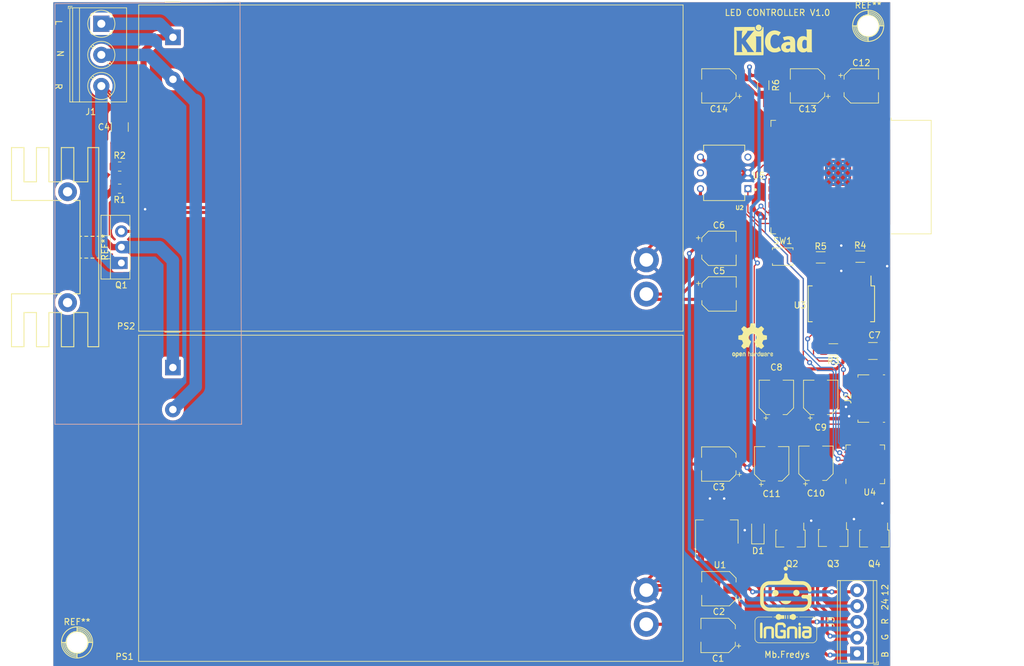
<source format=kicad_pcb>
(kicad_pcb (version 20221018) (generator pcbnew)
  (layers (0 "F.Cu" signal) (31 "B.Cu" signal) (34 "B.Paste" user) (35 "F.Paste" user) (36 "B.SilkS" user "B.Silkscreen") (37 "F.SilkS" user "F.Silkscreen") (38 "B.Mask" user) (39 "F.Mask" user) (44 "Edge.Cuts" user))
  (net 0 "")
  (net 1 "GND")
  (net 2 "+12V")
  (net 3 "+3V3")
  (net 4 "AC_output")
  (net 5 "Net-(C4-Pad1)")
  (net 6 "+24V")
  (net 7 "+5V")
  (net 8 "EN_uC")
  (net 9 "Neutro")
  (net 10 "AC_input")
  (net 11 "B")
  (net 12 "G")
  (net 13 "R")
  (net 14 "Sx_1_Opto")
  (net 15 "LED0")
  (net 16 "LED1")
  (net 17 "LED3")
  (net 18 "Sx_2_Opto")
  (net 19 "TX")
  (net 20 "RX")
  (net 21 "SDA")
  (net 22 "SCL")
  (net 23 "EN_CLed")
  (net 24 "D+")
  (net 25 "D-")
  (net 26 "Opto_EN")
  (net 27 "Net-(U5-RXD0{slash}IO3)")
  (net 28 "Net-(U5-TXD0{slash}IO1)")
  (net 29 "Net-(U3-~{RESET})")
  (net 47 "Net-(U5-IO0)")
  (net 59 "Net-(U3-3V3OUT)")
  (net 71 "Net-(U4-A0)")
  (footprint "Capacitor_SMD:CP_Elec_5x5.4" (layer "F.Cu") (at 141.138 134.874 180)
    (fp_text reference "C2")
    (fp_text value "1uF")
  )
  (footprint "Capacitor_SMD:CP_Elec_5x5.4" (layer "F.Cu") (at 141.124 114.8531 180)
    (fp_text reference "C3")
    (fp_text value "10uF")
  )
  (footprint "Capacitor_SMD:C_1210_3225Metric_Pad1.33x2.70mm_HandSolder" (layer "F.Cu") (at 44.958 60.706 90)
    (fp_text reference "C4")
    (fp_text value "0.01uF")
  )
  (footprint "Capacitor_SMD:CP_Elec_5x5.4" (layer "F.Cu") (at 141.1494 80.1948)
    (fp_text reference "C6")
    (fp_text value "1uF")
  )
  (footprint "Capacitor_SMD:C_1210_3225Metric_Pad1.33x2.70mm_HandSolder" (layer "F.Cu") (at 165.862 96.688)
    (fp_text reference "C7")
    (fp_text value "100nF")
  )
  (footprint "Capacitor_SMD:CP_Elec_5x5.4" (layer "F.Cu") (at 150.368 104.14 90)
    (fp_text reference "C8")
    (fp_text value "10uF")
  )
  (footprint "Capacitor_SMD:CP_Elec_5x5.4" (layer "F.Cu") (at 157.48 104.14 90)
    (fp_text reference "C9")
    (fp_text value "1uF")
  )
  (footprint "Capacitor_SMD:CP_Elec_5x5.4" (layer "F.Cu") (at 156.718 114.722 90)
    (fp_text reference "C10")
    (fp_text value "1uF")
  )
  (footprint "Capacitor_SMD:CP_Elec_5x5.4" (layer "F.Cu") (at 149.606 114.808 90)
    (fp_text reference "C11")
    (fp_text value "10uF")
  )
  (footprint "Capacitor_SMD:CP_Elec_5x5.4" (layer "F.Cu") (at 163.998 54.102)
    (fp_text reference "C12")
    (fp_text value "10uF")
  )
  (footprint "Capacitor_SMD:CP_Elec_5x5.4" (layer "F.Cu") (at 155.362 54.102 180)
    (fp_text reference "C13")
    (fp_text value "1uF")
  )
  (footprint "Capacitor_SMD:CP_Elec_5x5.4" (layer "F.Cu") (at 141.138 54.102 180)
    (fp_text reference "C14")
    (fp_text value "1uF")
  )
  (footprint "Diode_SMD:D_PowerDI-123" (layer "F.Cu") (at 147.3978 125.477 90)
    (fp_text reference "D1")
    (fp_text value "1N4002")
  )
  (footprint "Connector_USB:USB_Micro-B_Molex_47346-0001" (layer "F.Cu") (at 165.17 104.334 90)
    (fp_text reference "J2")
    (fp_text value "USB_OTG")
  )
  (footprint "Converter_ACDC:Converter_ACDC_MeanWell_IRM-60-xx_THT_new" (layer "F.Cu") (at 53.4813 99.3464)
    (fp_text reference "PS1")
    (fp_text value "IRM-60-12")
  )
  (footprint "Package_TO_SOT_THT:TO-220-3_Vertical" (layer "F.Cu") (at 45.212 82.55 90)
    (fp_text reference "Q1")
    (fp_text value "BT136-500")
  )
  (footprint "Package_TO_SOT_SMD:SOT-89-3_Handsoldering" (layer "F.Cu") (at 152.63 126.8151 -90)
    (fp_text reference "Q2")
    (fp_text value "2N7000")
  )
  (footprint "Package_TO_SOT_SMD:SOT-89-3_Handsoldering" (layer "F.Cu") (at 159.488 126.7251 -90)
    (fp_text reference "Q3")
    (fp_text value "2N7000")
  )
  (footprint "Package_TO_SOT_SMD:SOT-89-3_Handsoldering" (layer "F.Cu") (at 166.092 126.8151 -90)
    (fp_text reference "Q4")
    (fp_text value "2N7000")
  )
  (footprint "Resistor_SMD:R_0805_2012Metric_Pad1.20x1.40mm_HandSolder" (layer "F.Cu") (at 44.942 70.612)
    (fp_text reference "R1")
    (fp_text value "R")
  )
  (footprint "Resistor_SMD:R_0805_2012Metric_Pad1.20x1.40mm_HandSolder" (layer "F.Cu") (at 44.942 67.056)
    (fp_text reference "R2")
    (fp_text value "33")
  )
  (footprint "Resistor_SMD:R_1206_3216Metric_Pad1.30x1.75mm_HandSolder" (layer "F.Cu") (at 159.512 96.434 180)
    (fp_text reference "R3")
    (fp_text value "10k" hide)
  )
  (footprint "Resistor_SMD:R_1206_3216Metric_Pad1.30x1.75mm_HandSolder" (layer "F.Cu") (at 163.83 81.534)
    (fp_text reference "R4")
    (fp_text value "1k")
  )
  (footprint "Resistor_SMD:R_1206_3216Metric_Pad1.30x1.75mm_HandSolder" (layer "F.Cu") (at 157.48 81.6505 180)
    (fp_text reference "R5")
    (fp_text value "1k")
  )
  (footprint "Resistor_SMD:R_1206_3216Metric_Pad1.30x1.75mm_HandSolder" (layer "F.Cu") (at 148.25 53.9855 90)
    (fp_text reference "R6")
    (fp_text value "10k")
  )
  (footprint "Button_Switch_SMD:SW_SPST_B3U-1000P" (layer "F.Cu") (at 151.384 81.534 180)
    (fp_text reference "SW1")
    (fp_text value "SW_Push")
  )
  (footprint "Package_TO_SOT_THT:DIP762W45P254L889H508Q6_NEW" (layer "F.Cu") (at 141.986 68.072 180)
    (fp_text reference "U2")
    (fp_text value "MOC3021M")
  )
  (footprint "Package_SO:SSOP-28_5.3x10.2mm_P0.65mm" (layer "F.Cu") (at 160.801 89.11 -90)
    (fp_text reference "U3")
    (fp_text value "FT232RL")
  )
  (footprint "Package_DFN_QFN:QFN-28-1EP_6x6mm_P0.65mm_EP4.25x4.25mm" (layer "F.Cu") (at 164.6355 114.894 90)
    (fp_text reference "U4")
    (fp_text value "PCA9685BS")
  )
  (footprint "RF_Module:ESP32-WROOM-32" (layer "F.Cu") (at 159.365 68.751 -90)
    (fp_text reference "U5")
    (fp_text value "ESP32-WROOM-32")
  )
  (footprint "Capacitor_SMD:CP_Elec_5x5.4" (layer "F.Cu") (at 141.011 142.3924 180)
    (fp_text reference "C1")
    (fp_text value "10uF")
  )
  (footprint "Capacitor_SMD:CP_Elec_5x5.4" (layer "F.Cu") (at 141.1621 87.5227)
    (fp_text reference "C5")
    (fp_text value "10uF")
  )
  (footprint "Converter_ACDC:Converter_ACDC_MeanWell_IRM-60-xx_THT_new" (layer "F.Cu") (at 53.494 46.2985)
    (fp_text reference "PS2")
    (fp_text value "IRM-60-24")
  )
  (footprint "TerminalBlock_Phoenix:TerminalBlock_Phoenix_PT-1,5-3-5.0-H_1x03_P5.00mm_Horizontal" (layer "F.Cu") (at 41.9925 44.1179 -90)
    (fp_text reference "J1")
    (fp_text value "IN_OUT_AC")
  )
  (footprint "IFS-Mechanical:Hole-3mm" (layer "F.Cu") (at 165.1 44.45)
    (fp_text reference "REF**")
    (fp_text value "Hole-3mm")
  )
  (footprint "Symbol:KiCad-Logo_5mm_SilkScreen" (layer "F.Cu") (at 149.86 47.244)
    (fp_text reference "REF**" hide)
    (fp_text value "KiCad-Logo_5mm_SilkScreen" hide)
  )
  (footprint "Heatsink:Heatsink_Stonecold_HS-132_32x14mm_2xFixation1.5mm" (layer "F.Cu") (at 36.576 80.01 -90)
    (fp_text reference "REF**")
    (fp_text value "Heatsink_Stonecold_HS-132_32x14mm_2xFixation1.5mm")
  )
  (footprint "Package_TO_SOT_SMD:SOT-223-3_TabPin2" (layer "F.Cu") (at 140.8065 125.73 90)
    (fp_text reference "U1")
    (fp_text value "LM1117-3.3")
  )
  (footprint "Symbol:OSHW-Logo2_7.3x6mm_SilkScreen" (layer "F.Cu") (at 146.558 94.996)
    (fp_text reference "REF**" hide)
    (fp_text value "OSHW-Logo2_7.3x6mm_SilkScreen" hide)
  )
  (footprint "IFS-Mechanical:Hole-3mm" (layer "F.Cu") (at 38.1 143.51)
    (fp_text reference "REF**")
    (fp_text value "Hole-3mm")
  )
  (footprint "TerminalBlock_Phoenix:TerminalBlock_Phoenix_MPT-0,5-5-2.54_1x05_P2.54mm_Horizontal" (layer "F.Cu") (at 163.322 145.288 90)
    (fp_text reference "J3")
    (fp_text value "LEDs_conx")
  )
  (footprint "footprints:logo ingnia 3000x" (layer "F.Cu") (at 151.892 138.176)
    (fp_text reference "G***" hide)
    (fp_text value "LOGO" hide)
  )
  (gr_line (start 64.262 40.64) (end 64.516 108.458) (stroke (width 0.12)) (layer "B.SilkS"))
  (gr_line (start 34.544 108.458) (end 34.544 40.894) (stroke (width 0.12)) (layer "B.SilkS"))
  (gr_line (start 64.516 108.458) (end 34.544 108.458) (stroke (width 0.12)) (layer "B.SilkS"))
  (gr_line (start 34.544 40.894) (end 64.262 40.64) (stroke (width 0.12)) (layer "B.SilkS"))
  (gr_line (start 168.656 147.32) (end 168.656 40.64) (stroke (width 0.05)) (layer "Edge.Cuts"))
  (gr_line (start 34.29 147.32) (end 168.656 147.32) (stroke (width 0.05)) (layer "Edge.Cuts"))
  (gr_line (start 168.656 40.64) (end 34.29 40.64) (stroke (width 0.05)) (layer "Edge.Cuts"))
  (gr_line (start 34.29 40.64) (end 34.29 147.32) (stroke (width 0.05)) (layer "Edge.Cuts"))
  (gr_text "R" (at 34.544 53.594 -90) (layer "F.SilkS") (effects (font (size 1 1)) (justify left bottom)))
  (gr_text "24" (at 168.402 138.43 90) (layer "F.SilkS") (effects (font (size 1 1)) (justify left bottom)))
  (gr_text "R" (at 168.402 140.716 90) (layer "F.SilkS") (effects (font (size 1 1)) (justify left bottom)))
  (gr_text "12" (at 168.402 136.144 90) (layer "F.SilkS") (effects (font (size 1 1)) (justify left bottom)))
  (gr_text "G" (at 168.402 143.256 90) (layer "F.SilkS") (effects (font (size 1 1)) (justify left bottom)))
  (gr_text "LED CONTROLLER V1.0" (at 141.986 42.926) (layer "F.SilkS") (effects (font (size 1 1)) (justify left bottom)))
  (gr_text "N" (at 36.068 49.53 90) (layer "F.SilkS") (effects (font (size 1 1)) (justify left bottom)))
  (gr_text "B" (at 168.402 146.05 90) (layer "F.SilkS") (effects (font (size 1 1)) (justify left bottom)))
  (gr_text "Mb.Fredys" (at 148.336 146.05) (layer "F.SilkS") (effects (font (size 1 1)) (justify left bottom)))
  (gr_text "L" (at 34.544 43.434 -90) (layer "F.SilkS") (effects (font (size 1 1)) (justify left bottom)))
  (segment (start 159.5125 66.546) (end 159.5125 67.3085) (width 0.2) (layer "F.Cu") (net 1))
  (segment (start 150.536 113.538) (end 155.702 113.538) (width 0.5) (layer "F.Cu") (net 1))
  (segment (start 159.5125 68.071) (end 158.75 67.3085) (width 0.2) (layer "F.Cu") (net 1))
  (segment (start 161.0375 68.071) (end 161.8 68.8335) (width 0.5) (layer "F.Cu") (net 1))
  (segment (start 163.076 93.705157) (end 163.204843 93.834) (width 0.2) (layer "F.Cu") (net 1))
  (segment (start 147.574 81.534) (end 149.684 81.534) (width 0.5) (layer "F.Cu") (net 1))
  (segment (start 154.13 124.3651) (end 155.5429 124.3651) (width 0.5) (layer "F.Cu") (net 1))
  (segment (start 135.8584 135.0964) (end 138.811 138.049) (width 0.5) (layer "F.Cu") (net 1))
  (segment (start 166.659 100.041) (end 167.386 99.314) (width 1) (layer "F.Cu") (net 1))
  (segment (start 164.846 102.108) (end 164.3455 102.108) (width 0.2) (layer "F.Cu") (net 1))
  (segment (start 159.5125 69.596) (end 159.5125 68.071) (width 0.5) (layer "F.Cu") (net 1))
  (segment (start 140.97 76.962) (end 140.97 76.708) (width 0.5) (layer "F.Cu") (net 1))
  (segment (start 157.48 101.94) (end 157.48 102.616) (width 0.5) (layer "F.Cu") (net 1))
  (segment (start 129.54 135.0377) (end 129.54 133.604) (width 0.5) (layer "F.Cu") (net 1))
  (segment (start 149.266 112.268) (end 149.606 112.608) (width 0.5) (layer "F.Cu") (net 1))
  (segment (start 158.526 91.635) (end 158.721 91.44) (width 0.2) (layer "F.Cu") (net 1))
  (segment (start 129.4813 135.0964) (end 129.54 135.0377) (width 0.5) (layer "F.Cu") (net 1))
  (segment (start 166.37 57.658) (end 166.37 54.274) (width 0.5) (layer "F.Cu") (net 1))
  (segment (start 143.3494 80.1948) (end 143.3494 87.51) (width 0.5) (layer "F.Cu") (net 1))
  (segment (start 129.54 82.0025) (end 129.54 80.518) (width 0.5) (layer "F.Cu") (net 1))
  (segment (start 160.671 91.44) (end 162.814 91.44) (width 0.2) (layer "F.Cu") (net 1))
  (segment (start 165.862 107.709) (end 164.9715 107.709) (width 1) (layer "F.Cu") (net 1))
  (segment (start 164.3455 102.108) (end 164.084 101.8465) (width 0.2) (layer "F.Cu") (net 1))
  (segment (start 160.281 91.44) (end 160.476 91.635) (width 0.2) (layer "F.Cu") (net 1))
  (segment (start 164.9715 107.709) (end 164.084 106.8215) (width 1) (layer "F.Cu") (net 1))
  (segment (start 161.0375 69.596) (end 160.275 68.8335) (width 0.5) (layer "F.Cu") (net 1))
  (segment (start 163.204843 93.834) (end 163.233686 93.834) (width 0.2) (layer "F.Cu") (net 1))
  (segment (start 163.71 103.034) (end 163.71 101.9315) (width 0.2) (layer "F.Cu") (net 1))
  (segment (start 168.148 83.058) (end 168.148 95.9645) (width 0.5) (layer "F.Cu") (net 1))
  (segment (start 163.71 103.034) (end 164.682 103.034) (width 0.2) (layer "F.Cu") (net 1))
  (segment (start 148.336 63.73) (end 149.025 63.041) (width 0.5) (layer "F.Cu") (net 1))
  (segment (start 155.245 63.041) (end 160.275 68.071) (width 0.5) (layer "F.Cu") (net 1))
  (segment (start 167.386 121.158) (end 167.592 121.364) (width 0.5) (layer "F.Cu") (net 1))
  (segment (start 162.2369 124.2751) (end 162.814 123.698) (width 0.5) (layer "F.Cu") (net 1))
  (segment (start 158.75 67.3085) (end 159.5125 67.3085) (width 0.2) (layer "F.Cu") (net 1))
  (segment (start 163.076 91.702) (end 163.076 92.71) (width 0.2) (layer "F.Cu") (net 1))
  (segment (start 140.97 76.708) (end 144.018 73.66) (width 0.5) (layer "F.Cu") (net 1))
  (segment (start 137.922 121.158) (end 138.684 120.396) (width 0.5) (layer "F.Cu") (net 1))
  (segment (start 166.37 54.274) (end 166.198 54.102) (width 0.5) (layer "F.Cu") (net 1))
  (segment (start 162.7015 106.8215) (end 164.084 106.8215) (width 0.2) (layer "F.Cu") (net 1))
  (segment (start 159.5125 68.071) (end 160.275 67.3085) (width 0.5) (layer "F.Cu") (net 1))
  (segment (start 136.906 116.8711) (end 138.924 114.8531) (width 0.5) (layer "F.Cu") (net 1))
  (segment (start 167.615 60.001) (end 167.615 58.903) (width 0.5) (layer "F.Cu") (net 1))
  (segment (start 162.7015 106.8215) (end 163.795 106.8215) (width 0.2) (layer "F.Cu") (net 1))
  (segment (start 159.5125 69.596) (end 159.5125 68.8335) (width 0.2) (layer "F.Cu") (net 1))
  (segment (start 144.018 69.342) (end 145.288 68.072) (width 0.5) (layer "F.Cu") (net 1))
  (segment (start 158.721 91.44) (end 160.02 91.44) (width 0.2) (layer "F.Cu") (net 1))
  (segment (start 166.659 105.484) (end 166.659 107.709) (width 1) (layer "F.Cu") (net 1))
  (segment (start 164.084 106.8215) (end 163.795 106.8215) (width 1) (layer "F.Cu") (net 1))
  (segment (start 161.122 112.268) (end 156.972 112.268) (width 0.2) (layer "F.Cu") (net 1))
  (segment (start 140.716 52.324) (end 138.938 54.102) (width 0.5) (layer "F.Cu") (net 1))
  (segment (start 161.798 112.944) (end 161.122 112.268) (width 0.2) (layer "F.Cu") (net 1))
  (segment (start 138.5065 128.88) (end 137.922 128.2955) (width 0.5) (layer "F.Cu") (net 1))
  (segment (start 144.018 73.66) (end 144.018 69.342) (width 0.5) (layer "F.Cu") (net 1))
  (segment (start 168.148 95.9645) (end 167.4245 96.688) (width 0.5) (layer "F.Cu") (net 1))
  (segment (start 130.556 132.588) (end 135.636 132.588) (width 0.5) (layer "F.Cu") (net 1))
  (segment (start 160.275 68.8335) (end 160.275 68.071) (width 0.2) (layer "F.Cu") (net 1))
  (segment (start 163.233686 93.834) (end 164.395686 94.996) (width 0.2) (layer "F.Cu") (net 1))
  (segment (start 159.5125 68.071) (end 158.75 68.8335) (width 0.2) (layer "F.Cu") (net 1))
  (segment (start 160.275 67.3085) (end 161.0375 66.546) (width 0.2) (layer "F.Cu") (net 1))
  (segment (start 161.798 112.944) (end 161.798 112.897215) (width 0.2) (layer "F.Cu") (net 1))
  (segment (start 157.48 102.616) (end 158.75 103.886) (width 0.5) (layer "F.Cu") (net 1))
  (segment (start 151.216 101.94) (end 150.368 101.94) (width 0.5) (layer "F.Cu") (net 1))
  (segment (start 161.126 85.51) (end 161.126 84.164) (width 0.2) (layer "F.Cu") (net 1))
  (segment (start 138.924 114.8531) (end 141.5091 112.268) (width 0.5) (layer "F.Cu") (net 1))
  (segment (start 145.288 68.072) (end 144.018 66.802) (width 0.5) (layer "F.Cu") (net 1))
  (segment (start 160.476 91.635) (end 160.476 92.71) (width 0.2) (layer "F.Cu") (net 1))
  (segment (start 167.615 77.501) (end 168.148 78.034) (width 0.5) (layer "F.Cu") (net 1))
  (segment (start 149.855 63.041) (end 155.245 63.041) (width 0.5) (layer "F.Cu") (net 1))
  (segment (start 164.084 101.8465) (end 163.795 101.8465) (width 1) (layer "F.Cu") (net 1))
  (segment (start 162.348378 107.174622) (end 162.7015 106.8215) (width 0.2) (layer "F.Cu") (net 1))
  (segment (start 130.2117 134.366) (end 138.43 134.366) (width 0.5) (layer "F.Cu") (net 1))
  (segment (start 164.395686 94.996) (end 165.7325 94.996) (width 0.2) (layer "F.Cu") (net 1))
  (segment (start 133.096 76.962) (end 140.97 76.962) (width 0.5) (layer "F.Cu") (net 1))
  (segment (start 161.8 68.8335) (end 161.0375 69.596) (width 0.5) (layer "F.Cu") (net 1))
  (segment (start 156.21 102.616) (end 151.892 102.616) (width 0.5) (layer "F.Cu") (net 1))
  (segment (start 144.018 66.802) (end 144.018 57.912) (width 0.5) (layer "F.Cu") (net 1))
  (segment (start 145.796 68.072) (end 148.336 65.532) (width 0.5) (layer "F.Cu") (net 1))
  (segment (start 165.7325 94.996) (end 167.4245 96.688) (width 0.2) (layer "F.Cu") (net 1))
  (segment (start 155.5429 124.3651) (end 155.956 123.952) (width 0.5) (layer "F.Cu") (net 1))
  (segment (start 166.659 107.709) (end 165.862 107.709) (width 1) (layer "F.Cu") (net 1))
  (segment (start 160.02 91.44) (end 160.281 91.44) (width 0.2) (layer "F.Cu") (net 1))
  (segment (start 138.684 120.396) (end 139.7 120.396) (width 0.5) (layer "F.Cu") (net 1))
  (segment (start 159.5125 68.071) (end 160.275 68.071) (width 0.2) (layer "F.Cu") (net 1))
  (segment (start 161.8 67.3085) (end 161.0375 67.3085) (width 0.2) (layer "F.Cu") (net 1))
  (segment (start 141.1326 77.978) (end 143.3494 80.1948) (width 0.5) (layer "F.Cu") (net 1))
  (segment (start 159.5125 68.8335) (end 160.275 68.071) (width 0.2) (layer "F.Cu") (net 1))
  (segment (start 163.71 101.9315) (end 163.795 101.8465) (width 0.2) (layer "F.Cu") (net 1))
  (segment (start 143.3494 87.51) (end 143.3621 87.5227) (width 0.5) (layer "F.Cu") (net 1))
  (segment (start 160.275 68.071) (end 161.8 69.596) (width 0.2) (layer "F.Cu") (net 1))
  (segment (start 159.5125 67.3085) (end 160.275 68.071) (width 0.2) (layer "F.Cu") (net 1))
  (segment (start 129.4813 135.0964) (end 130.2117 134.366) (width 0.5) (layer "F.Cu") (net 1))
  (segment (start 167.615 60.731) (end 160.275 68.071) (width 0.5) (layer "F.Cu") (net 1))
  (segment (start 161.798 112.897215) (end 161.142494 112.241709) (width 0.2) (layer "F.Cu") (net 1))
  (segment (start 161.0375 66.546) (end 161.0375 67.3085) (width 0.2) (layer "F.Cu") (net 1))
  (segment (start 133.5645 77.978) (end 141.1326 77.978) (width 0.5) (layer "F.Cu") (net 1))
  (segment (start 160.275 67.3085) (end 160.275 68.8335) (width 0.2) (layer "F.Cu") (net 1))
  (segment (start 140.208 54.102) (end 138.938 54.102) (width 0.5) (layer "F.Cu") (net 1))
  (segment (start 161.0375 69.596) (end 161.0375 68.8335) (width 0.5) (layer "F.Cu") (net 1))
  (segment (start 161.0375 68.8335) (end 160.275 68.071) (width 0.5) (layer "F.Cu") (net 1))
  (segment (start 129.494 82.0485) (end 129.54 82.0025) (width 0.5) (layer "F.Cu") (net 1))
  (segment (start 162.814 91.44) (end 163.076 91.702) (width 0.2) (layer "F.Cu") (net 1))
  (segment (start 158.75 103.886) (end 159.766 103.886) (width 0.5) (layer "F.Cu") (net 1))
  (segment (start 163.726 93.785) (end 164.683 94.742) (width 0.2) (layer "F.Cu") (net 1))
  (segment (start 164.682 103.034) (end 165.1 102.616) (width 0.2) (layer "F.Cu") (net 1))
  (segment (start 161.8 68.8335) (end 161.0375 68.8335) (width 0.5) (layer "F.Cu") (net 1))
  (segment (start 164.9715 100.959) (end 164.084 101.8465) (width 1) (layer "F.Cu") (net 1))
  (segment (start 161.0375 66.546) (end 161.8 67.3085) (width 0.2) (layer "F.Cu") (net 1))
  (segment (start 135.636 132.588) (end 136.906 131.318) (width 0.5) (layer "F.Cu") (net 1))
  (segment (start 163.999 101.9315) (end 164.084 101.8465) (width 0.2) (layer "F.Cu") (net 1))
  (segment (start 160.275 68.071) (end 167.615 75.411) (width 0.5) (layer "F.Cu") (net 1))
  (segment (start 143.3494 80.1948) (end 146.2348 80.1948) (width 0.5) (layer "F.Cu") (net 1))
  (segment (start 165.1 102.616) (end 165.1 102.362) (width 0.2) (layer "F.Cu") (net 1))
  (segment (start 156.886 101.94) (end 156.21 102.616) (width 0.5) (layer "F.Cu") (net 1))
  (segment (start 145.288 52.324) (end 140.716 52.324) (width 0.5) (layer "F.Cu") (net 1))
  (segment (start 129.494 82.0485) (end 133.5645 77.978) (width 0.5) (layer "F.Cu") (net 1))
  (segment (start 149.606 112.608) (end 150.536 113.538) (width 0.5) (layer "F.Cu") (net 1))
  (segment (start 159.766 103.886) (end 161.544 105.664) (width 0.5) (layer "F.Cu") (net 1))
  (segment (start 166.116 94.742) (end 167.4245 96.0505) (width 0.2) (layer "F.Cu") (net 1))
  (segment (start 158.75 68.8335) (end 159.5125 68.8335) (width 0.2) (layer "F.Cu") (net 1))
  (segment (start 138.811 138.049) (end 138.811 142.3924) (width 0.5) (layer "F.Cu") (net 1))
  (segment (start 129.4813 135.0964) (end 130.9737 133.604) (width 0.5) (layer "F.Cu") (net 1))
  (segment (start 161.0375 67.3085) (end 160.275 68.071) (width 0.2) (layer "F.Cu") (net 1))
  (segment (start 160.275 67.3085) (end 159.5125 66.546) (width 0.2) (layer "F.Cu") (net 1))
  (segment (start 163.726 92.71) (end 163.726 93.785) (width 0.2) (layer "F.Cu") (net 1))
  (segment (start 167.615 75.411) (end 167.615 77.501) (width 0.5) (layer "F.Cu") (net 1))
  (segment (start 129.54 80.518) (end 133.096 76.962) (width 0.5) (layer "F.Cu") (net 1))
  (segment (start 160.988 124.2751) (end 162.2369 124.2751) (width 0.5) (layer "F.Cu") (net 1))
  (segment (start 156.972 112.268) (end 156.718 112.522) (width 0.2) (layer "F.Cu") (net 1))
  (segment (start 167.386 96.7265) (end 167.4245 96.688) (width 1) (layer "F.Cu") (net 1))
  (segment (start 164.683 94.742) (end 166.116 94.742) (width 0.2) (layer "F.Cu") (net 1))
  (segment (start 158.526 92.71) (end 158.526 91.635) (width 0.2) (layer "F.Cu") (net 1))
  (segment (start 167.386 99.314) (end 167.386 96.7265) (width 1) (layer "F.Cu") (net 1))
  (segment (start 137.922 128.2955) (end 137.922 121.158) (width 0.5) (layer "F.Cu") (net 1))
  (segment (start 168.148 78.034) (end 168.148 83.058) (width 0.5) (layer "F.Cu") (net 1))
  (segment (start 157.48 101.94) (end 156.886 101.94) (width 0.5) (layer "F.Cu") (net 1))
  (segment (start 149.025 63.041) (end 149.855 63.041) (width 0.5) (layer "F.Cu") (net 1))
  (segment (start 161.8 67.3085) (end 161.0375 68.071) (width 0.2) (layer "F.Cu") (net 1))
  (segment (start 166.659 100.959) (end 166.659 102.784) (width 1) (layer "F.Cu") (net 1))
  (segment (start 141.5091 112.268) (end 149.266 112.268) (width 0.5) (layer "F.Cu") (net 1))
  (segment (start 163.076 92.71) (end 163.076 93.705157) (width 0.2) (layer "F.Cu") (net 1))
  (segment (start 158.75 67.3085) (end 159.5125 66.546) (width 0.2) (layer "F.Cu") (net 1))
  (segment (start 160.275 68.8335) (end 159.5125 69.596) (width 0.2) (layer "F.Cu") (net 1))
  (segment (start 138.43 134.366) (end 138.938 134.874) (width 0.5) (layer "F.Cu") (net 1))
  (segment (start 147.066 54.102) (end 145.288 52.324) (width 0.5) (layer "F.Cu") (net 1))
  (segment (start 166.659 102.784) (end 166.659 105.484) (width 1) (layer "F.Cu") (net 1))
  (segment (start 129.4813 135.0964) (end 135.8584 135.0964) (width 0.5) (layer "F.Cu") (net 1))
  (segment (start 167.615 58.903) (end 166.37 57.658) (width 0.5) (layer "F.Cu") (net 1))
  (segment (start 148.336 65.532) (end 148.336 63.73) (width 0.5) (layer "F.Cu") (net 1))
  (segment (start 138.5065 131.2415) (end 138.5065 128.88) (width 0.5) (layer "F.Cu") (net 1))
  (segment (start 162.038622 107.174622) (end 162.348378 107.174622) (width 0.2) (layer "F.Cu") (net 1))
  (segment (start 153.162 54.102) (end 147.066 54.102) (width 0.5) (layer "F.Cu") (net 1))
  (segment (start 166.37 107.709) (end 165.862 107.709) (width 0.2) (layer "F.Cu") (net 1))
  (segment (start 160.476 91.635) (end 160.671 91.44) (width 0.2) (layer "F.Cu") (net 1))
  (segment (start 155.702 113.538) (end 156.718 112.522) (width 0.5) (layer "F.Cu") (net 1))
  (segment (start 161.0375 68.071) (end 160.275 68.071) (width 0.2) (layer "F.Cu") (net 1))
  (segment (start 167.615 60.001) (end 167.615 60.731) (width 0.5) (layer "F.Cu") (net 1))
  (segment (start 144.018 57.912) (end 140.208 54.102) (width 0.5) (layer "F.Cu") (net 1))
  (segment (start 146.2348 80.1948) (end 147.574 81.534) (width 0.5) (layer "F.Cu") (net 1))
  (segment (start 145.796 68.072) (end 145.288 68.072) (width 0.5) (layer "F.Cu") (net 1))
  (segment (start 151.892 102.616) (end 151.216 101.94) (width 0.5) (layer "F.Cu") (net 1))
  (segment (start 136.144 133.604) (end 138.5065 131.2415) (width 0.5) (layer "F.Cu") (net 1))
  (segment (start 166.659 100.959) (end 164.9715 100.959) (width 1) (layer "F.Cu") (net 1))
  (segment (start 165.1 102.362) (end 164.846 102.108) (width 0.2) (layer "F.Cu") (net 1))
  (segment (start 167.592 121.364) (end 167.592 124.3651) (width 0.5) (layer "F.Cu") (net 1))
  (segment (start 136.906 131.318) (end 136.906 116.8711) (width 0.5) (layer "F.Cu") (net 1))
  (segment (start 145.542 68.072) (end 145.796 68.072) (width 0.5) (layer "F.Cu") (net 1))
  (segment (start 130.9737 133.604) (end 136.144 133.604) (width 0.5) (layer "F.Cu") (net 1))
  (segment (start 160.275 67.3085) (end 160.275 68.071) (width 0.2) (layer "F.Cu") (net 1))
  (segment (start 159.5125 69.596) (end 158.75 68.8335) (width 0.5) (layer "F.Cu") (net 1))
  (segment (start 166.659 100.959) (end 166.659 100.041) (width 1) (layer "F.Cu") (net 1))
  (segment (start 129.54 133.604) (end 130.556 132.588) (width 0.5) (layer "F.Cu") (net 1))
  (segment (start 167.4245 96.0505) (end 167.4245 96.688) (width 0.2) (layer "F.Cu") (net 1))
  (segment (start 161.126 84.164) (end 160.782 83.82) (width 0.2) (layer "F.Cu") (net 1))
  (via (at 49.022 73.914) (size 0.8) (drill 0.4) (layers "F.Cu" "B.Cu") (net 1))
  (via (at 168.148 83.058) (size 0.8) (drill 0.4) (layers "F.Cu" "B.Cu") (net 1))
  (via (at 139.7 120.396) (size 0.8) (drill 0.4) (layers "F.Cu" "B.Cu") (net 1))
  (via (at 141.986 120.396) (size 0.8) (drill 0.4) (layers "F.Cu" "B.Cu") (net 1))
  (via (at 167.386 121.158) (size 0.8) (drill 0.4) (layers "F.Cu" "B.Cu") (net 1))
  (via (at 155.956 123.952) (size 0.8) (drill 0.4) (layers "F.Cu" "B.Cu") (net 1))
  (via (at 162.814 123.698) (size 0.8) (drill 0.4) (layers "F.Cu" "B.Cu") (net 1))
  (via (at 161.142494 112.241709) (size 0.8) (drill 0.4) (layers "F.Cu" "B.Cu") (net 1))
  (via (at 147.828 75.184) (size 0.8) (drill 0.4) (layers "F.Cu" "B.Cu") (net 1))
  (via (at 162.038622 107.174622) (size 0.8) (drill 0.4) (layers "F.Cu" "B.Cu") (net 1))
  (via (at 160.782 79.756) (size 0.8) (drill 0.4) (layers "F.Cu" "B.Cu") (net 1))
  (via (at 145.288 125.476) (size 0.8) (drill 0.4) (layers "F.Cu" "B.Cu") (net 1))
  (via (at 161.544 105.664) (size 0.8) (drill 0.4) (layers "F.Cu" "B.Cu") (net 1))
  (via (at 160.782 83.82) (size 0.8) (drill 0.4) (layers "F.Cu" "B.Cu") (net 1))
  (segment (start 162.038622 107.174622) (end 162.025244 107.188) (width 0.2) (layer "B.Cu") (net 1))
  (segment (start 167.386 121.158) (end 163.322 121.158) (width 0.5) (layer "B.Cu") (net 1))
  (segment (start 167.386 83.82) (end 168.148 83.058) (width 0.2) (layer "B.Cu") (net 1))
  (segment (start 155.448 121.158) (end 140.208 121.158) (width 0.5) (layer "B.Cu") (net 1))
  (segment (start 139.7 120.65) (end 139.7 120.396) (width 0.5) (layer "B.Cu") (net 1))
  (segment (start 163.322 121.158) (end 162.814 121.666) (width 0.5) (layer "B.Cu") (net 1))
  (segment (start 160.528 107.188) (end 160.312 107.404) (width 0.2) (layer "B.Cu") (net 1))
  (segment (start 161.544 105.664) (end 162.038622 106.158622) (width 0.5) (layer "B.Cu") (net 1))
  (segment (start 160.312 107.404) (end 160.312 111.411215) (width 0.2) (layer "B.Cu") (net 1))
  (segment (start 160.312 111.411215) (end 161.142494 112.241709) (width 0.2) (layer "B.Cu") (net 1))
  (segment (start 141.986 120.396) (end 139.7 120.396) (width 0.5) (layer "B.Cu") (net 1))
  (segment (start 155.956 121.666) (end 155.448 121.158) (width 0.5) (layer "B.Cu") (net 1))
  (segment (start 162.025244 107.188) (end 160.528 107.188) (width 0.2) (layer "B.Cu") (net 1))
  (segment (start 162.038622 106.158622) (end 162.038622 107.174622) (width 0.5) (layer "B.Cu") (net 1))
  (segment (start 140.208 121.158) (end 139.7 120.65) (width 0.5) (layer "B.Cu") (net 1))
  (segment (start 166.624 120.396) (end 141.986 120.396) (width 0.5) (layer "B.Cu") (net 1))
  (segment (start 160.782 83.82) (end 167.386 83.82) (width 0.2) (layer "B.Cu") (net 1))
  (segment (start 167.386 121.158) (end 166.624 120.396) (width 0.5) (layer "B.Cu") (net 1))
  (segment (start 162.814 121.666) (end 162.814 123.698) (width 0.5) (layer "B.Cu") (net 1))
  (segment (start 155.956 123.952) (end 155.956 121.666) (width 0.5) (layer "B.Cu") (net 1))
  (segment (start 159.258 135.382) (end 163.068 135.382) (width 0.5) (layer "F.Cu") (net 2))
  (segment (start 142.494 144.526) (end 143.211 143.809) (width 0.5) (layer "F.Cu") (net 2))
  (segment (start 145.542 127.762) (end 146.977 126.327) (width 0.5) (layer "F.Cu") (net 2))
  (segment (start 143.211 142.3924) (end 143.211 142.285) (width 0.5) (layer "F.Cu") (net 2))
  (segment (start 136.652 144.526) (end 142.494 144.526) (width 0.5) (layer "F.Cu") (net 2))
  (segment (start 129.4813 140.5964) (end 132.7224 140.5964) (width 0.5) (layer "F.Cu") (net 2))
  (segment (start 145.542 133.35) (end 145.542 127.762) (width 0.5) (layer "F.Cu") (net 2))
  (segment (start 144.526 136.062) (end 143.338 134.874) (width 0.5) (layer "F.Cu") (net 2))
  (segment (start 163.068 135.382) (end 163.322 135.128) (width 0.5) (layer "F.Cu") (net 2))
  (segment (start 132.7224 140.5964) (end 136.652 144.526) (width 0.5) (layer "F.Cu") (net 2))
  (segment (start 143.338 134.874) (end 144.018 134.194) (width 0.5) (layer "F.Cu") (net 2))
  (segment (start 146.977 126.327) (end 147.3978 126.327) (width 0.5) (layer "F.Cu") (net 2))
  (segment (start 144.018 134.194) (end 144.018 129.7915) (width 0.5) (layer "F.Cu") (net 2))
  (segment (start 144.018 134.874) (end 145.542 133.35) (width 0.5) (layer "F.Cu") (net 2))
  (segment (start 144.526 140.97) (end 144.526 136.062) (width 0.5) (layer "F.Cu") (net 2))
  (segment (start 143.211 143.809) (end 143.211 142.3924) (width 0.5) (layer "F.Cu") (net 2))
  (segment (start 143.338 134.874) (end 146.05 134.874) (width 0.5) (layer "F.Cu") (net 2))
  (segment (start 143.211 142.285) (end 144.526 140.97) (width 0.5) (layer "F.Cu") (net 2))
  (segment (start 146.05 134.874) (end 146.558 135.382) (width 0.5) (layer "F.Cu") (net 2))
  (segment (start 143.338 134.874) (end 144.018 134.874) (width 0.5) (layer "F.Cu") (net 2))
  (segment (start 144.018 129.7915) (end 143.1065 128.88) (width 0.5) (layer "F.Cu") (net 2))
  (via (at 146.558 135.382) (size 0.8) (drill 0.4) (layers "F.Cu" "B.Cu") (net 2))
  (via (at 159.258 135.382) (size 0.8) (drill 0.4) (layers "F.Cu" "B.Cu") (net 2))
  (segment (start 146.558 135.382) (end 159.258 135.382) (width 0.5) (layer "B.Cu") (net 2))
  (segment (start 160.442 114.894) (end 158.242 117.094) (width 0.2) (layer "F.Cu") (net 3))
  (segment (start 145.0791 114.8531) (end 145.669 115.443) (width 0.5) (layer "F.Cu") (net 3))
  (segment (start 147.3978 123.952) (end 145.542 123.952) (width 0.5) (layer "F.Cu") (net 3))
  (segment (start 166.345 58.751) (end 161.798 54.204) (width 0.5) (layer "F.Cu") (net 3))
  (segment (start 144.17 122.58) (end 140.8065 122.58) (width 0.5) (layer "F.Cu") (net 3))
  (segment (start 166.345 60.001) (end 166.345 58.751) (width 0.5) (layer "F.Cu") (net 3))
  (segment (start 147.234 117.008) (end 149.606 117.008) (width 0.5) (layer "F.Cu") (net 3))
  (segment (start 146.4155 52.4355) (end 148.25 52.4355) (width 0.5) (layer "F.Cu") (net 3))
  (segment (start 140.8065 122.58) (end 140.8065 117.3706) (width 0.5) (layer "F.Cu") (net 3))
  (segment (start 149.606 117.008) (end 150.2 117.602) (width 0.5) (layer "F.Cu") (net 3))
  (segment (start 139.954 124.46) (end 140.8065 123.6075) (width 0.5) (layer "F.Cu") (net 3))
  (segment (start 157.562 54.102) (end 155.8955 52.4355) (width 0.5) (layer "F.Cu") (net 3))
  (segment (start 161.798 114.894) (end 160.442 114.894) (width 0.2) (layer "F.Cu") (net 3))
  (segment (start 161.798 54.102) (end 157.562 54.102) (width 0.5) (layer "F.Cu") (net 3))
  (segment (start 156.038 117.602) (end 156.718 116.922) (width 0.5) (layer "F.Cu") (net 3))
  (segment (start 161.798 54.204) (end 161.798 54.102) (width 0.5) (layer "F.Cu") (net 3))
  (segment (start 155.8955 52.4355) (end 148.25 52.4355) (width 0.5) (layer "F.Cu") (net 3))
  (segment (start 145.542 123.952) (end 144.17 122.58) (width 0.5) (layer "F.Cu") (net 3))
  (segment (start 146.05 51.054) (end 146.05 52.07) (width 0.5) (layer "F.Cu") (net 3))
  (segment (start 140.8065 123.6075) (end 140.8065 122.58) (width 0.5) (layer "F.Cu") (net 3))
  (segment (start 140.8065 128.88) (end 140.8065 127.8525) (width 0.5) (layer "F.Cu") (net 3))
  (segment (start 158.242 117.094) (end 156.89 117.094) (width 0.2) (layer "F.Cu") (net 3))
  (segment (start 146.05 52.07) (end 146.4155 52.4355) (width 0.5) (layer "F.Cu") (net 3))
  (segment (start 145.669 115.443) (end 147.234 117.008) (width 0.5) (layer "F.Cu") (net 3))
  (segment (start 150.2 117.602) (end 156.038 117.602) (width 0.5) (layer "F.Cu") (net 3))
  (segment (start 139.954 127) (end 139.954 124.46) (width 0.5) (layer "F.Cu") (net 3))
  (segment (start 143.324 114.8531) (end 145.0791 114.8531) (width 0.5) (layer "F.Cu") (net 3))
  (segment (start 156.89 117.094) (end 156.718 116.922) (width 0.2) (layer "F.Cu") (net 3))
  (segment (start 140.8065 127.8525) (end 139.954 127) (width 0.5) (layer "F.Cu") (net 3))
  (segment (start 140.8065 117.3706) (end 143.324 114.8531) (width 0.5) (layer "F.Cu") (net 3))
  (via (at 145.669 115.443) (size 0.8) (drill 0.4) (layers "F.Cu" "B.Cu") (net 3))
  (via (at 146.05 51.054) (size 0.8) (drill 0.4) (layers "F.Cu" "B.Cu") (net 3))
  (segment (start 146.304 114.808) (end 146.304 114.3) (width 0.5) (layer "B.Cu") (net 3))
  (segment (start 146.304 73.66) (end 146.558 73.406) (width 0.5) (layer "B.Cu") (net 3))
  (segment (start 147.574 71.374) (end 147.574 54.61) (width 0.5) (layer "B.Cu") (net 3))
  (segment (start 147.574 72.39) (end 147.574 71.374) (width 0.5) (layer "B.Cu") (net 3))
  (segment (start 146.304 114.3) (end 146.304 73.66) (width 0.5) (layer "B.Cu") (net 3))
  (segment (start 146.558 73.406) (end 147.574 72.39) (width 0.5) (layer "B.Cu") (net 3))
  (segment (start 146.05 53.086) (end 146.05 51.054) (width 0.5) (layer "B.Cu") (net 3))
  (segment (start 145.669 115.443) (end 146.304 114.808) (width 0.5) (layer "B.Cu") (net 3))
  (segment (start 147.574 54.61) (end 146.05 53.086) (width 0.5) (layer "B.Cu") (net 3))
  (segment (start 44.958 59.1435) (end 44.958 57.0834) (width 1) (layer "F.Cu") (net 4))
  (segment (start 44.958 57.0834) (end 41.9925 54.1179) (width 1) (layer "F.Cu") (net 4))
  (segment (start 43.688 82.55) (end 41.9925 80.8545) (width 2) (layer "B.Cu") (net 4))
  (segment (start 45.212 82.55) (end 43.688 82.55) (width 2) (layer "B.Cu") (net 4))
  (segment (start 41.9925 80.8545) (end 41.9925 54.1179) (width 2) (layer "B.Cu") (net 4))
  (segment (start 43.942 63.2845) (end 44.958 62.2685) (width 1) (layer "F.Cu") (net 5))
  (segment (start 43.942 67.056) (end 43.942 63.2845) (width 1) (layer "F.Cu") (net 5))
  (segment (start 129.494 87.584) (end 130.302 88.392) (width 0.5) (layer "F.Cu") (net 6))
  (segment (start 130.302 88.392) (end 138.0928 88.392) (width 0.5) (layer "F.Cu") (net 6))
  (segment (start 135.2095 87.5485) (end 138.938 83.82) (width 0.5) (layer "F.Cu") (net 6))
  (segment (start 137.2292 80.1948) (end 136.398 81.026) (width 0.5) (layer "F.Cu") (net 6))
  (segment (start 129.494 87.5485) (end 129.494 87.584) (width 0.5) (layer "F.Cu") (net 6))
  (segment (start 138.0928 88.392) (end 138.9621 87.5227) (width 0.5) (layer "F.Cu") (net 6))
  (segment (start 129.494 87.5485) (end 135.2095 87.5485) (width 0.5) (layer "F.Cu") (net 6))
  (segment (start 138.938 80.2062) (end 138.9494 80.1948) (width 0.5) (layer "F.Cu") (net 6))
  (segment (start 138.938 83.82) (end 138.938 80.2062) (width 0.5) (layer "F.Cu") (net 6))
  (segment (start 138.9494 80.1948) (end 137.2292 80.1948) (width 0.5) (layer "F.Cu") (net 6))
  (via (at 136.398 81.026) (size 0.8) (drill 0.4) (layers "F.Cu" "B.Cu") (net 6))
  (segment (start 145.542 137.668) (end 163.322 137.668) (width 0.5) (layer "B.Cu") (net 6))
  (segment (start 136.398 81.026) (end 136.398 128.524) (width 0.5) (layer "B.Cu") (net 6))
  (segment (start 136.398 128.524) (end 145.542 137.668) (width 0.5) (layer "B.Cu") (net 6))
  (segment (start 160.02 99.568) (end 161.062 98.526) (width 0.5) (layer "F.Cu") (net 7))
  (segment (start 164.2995 96.688) (end 161.316 96.688) (width 0.2) (layer "F.Cu") (net 7))
  (segment (start 161.316 96.688) (end 161.062 96.434) (width 0.2) (layer "F.Cu") (net 7))
  (segment (start 157.82 106.68) (end 157.48 106.34) (width 0.2) (layer "F.Cu") (net 7))
  (segment (start 164.2995 95.4655) (end 164.2995 96.688) (width 0.2) (layer "F.Cu") (net 7))
  (segment (start 148.844 100.584) (end 149.86 99.568) (width 0.5) (layer "F.Cu") (net 7))
  (segment (start 163.71 105.634) (end 163.098 105.634) (width 0.2) (layer "F.Cu") (net 7))
  (segment (start 156.378 107.442) (end 157.48 106.34) (width 0.5) (layer "F.Cu") (net 7))
  (segment (start 148.844 104.816) (end 148.844 100.584) (width 0.5) (layer "F.Cu") (net 7))
  (segment (start 161.036 96.408) (end 161.062 96.434) (width 0.2) (layer "F.Cu") (net 7))
  (segment (start 163.068 94.234) (end 164.2995 95.4655) (width 0.2) (layer "F.Cu") (net 7))
  (segment (start 162.59 105.634) (end 161.544 106.68) (width 0.2) (layer "F.Cu") (net 7))
  (segment (start 159.826 93.785) (end 160.275 94.234) (width 0.2) (layer "F.Cu") (net 7))
  (segment (start 150.368 106.34) (end 150.368 106.426) (width 0.5) (layer "F.Cu") (net 7))
  (segment (start 161.544 106.68) (end 157.82 106.68) (width 0.2) (layer "F.Cu") (net 7))
  (segment (start 161.062 98.526) (end 161.062 96.434) (width 0.5) (layer "F.Cu") (net 7))
  (segment (start 151.384 107.442) (end 156.378 107.442) (width 0.5) (layer "F.Cu") (net 7))
  (segment (start 163.098 105.634) (end 163.999 105.634) (width 0.2) (layer "F.Cu") (net 7))
  (segment (start 149.86 99.568) (end 160.02 99.568) (width 0.5) (layer "F.Cu") (net 7))
  (segment (start 150.368 106.34) (end 148.844 104.816) (width 0.5) (layer "F.Cu") (net 7))
  (segment (start 160.275 94.234) (end 163.068 94.234) (width 0.2) (layer "F.Cu") (net 7))
  (segment (start 163.098 105.634) (end 162.59 105.634) (width 0.2) (layer "F.Cu") (net 7))
  (segment (start 150.368 106.426) (end 151.384 107.442) (width 0.5) (layer "F.Cu") (net 7))
  (segment (start 159.826 92.71) (end 159.826 93.785) (width 0.2) (layer "F.Cu") (net 7))
  (segment (start 147.2295 55.5355) (end 148.25 55.5355) (width 0.5) (layer "F.Cu") (net 8))
  (segment (start 148.25 55.5355) (end 148.25 55.54) (width 0.5) (layer "F.Cu") (net 8))
  (segment (start 148.336 55.6215) (end 148.25 55.5355) (width 0.2) (layer "F.Cu") (net 8))
  (segment (start 148.336 57.404) (end 148.336 55.6215) (width 0.2) (layer "F.Cu") (net 8))
  (segment (start 164.444 58.42) (end 149.352 58.42) (width 0.2) (layer "F.Cu") (net 8))
  (segment (start 149.352 58.42) (end 148.336 57.404) (width 0.2) (layer "F.Cu") (net 8))
  (segment (start 143.338 54.102) (end 145.796 54.102) (width 0.5) (layer "F.Cu") (net 8))
  (segment (start 165.075 59.051) (end 164.444 58.42) (width 0.2) (layer "F.Cu") (net 8))
  (segment (start 145.796 54.102) (end 147.2295 55.5355) (width 0.5) (layer "F.Cu") (net 8))
  (segment (start 165.075 60.001) (end 165.075 59.051) (width 0.2) (layer "F.Cu") (net 8))
  (segment (start 49.5634 49.1179) (end 53.494 53.0485) (width 2) (layer "B.Cu") (net 9))
  (segment (start 57.15 102.4277) (end 57.15 56.388) (width 2) (layer "B.Cu") (net 9))
  (segment (start 41.9925 49.1179) (end 49.5634 49.1179) (width 2) (layer "B.Cu") (net 9))
  (segment (start 56.8335 56.388) (end 53.494 53.0485) (width 2) (layer "B.Cu") (net 9))
  (segment (start 53.4813 106.0964) (end 57.15 102.4277) (width 2) (layer "B.Cu") (net 9))
  (segment (start 57.15 56.388) (end 56.8335 56.388) (width 2) (layer "B.Cu") (net 9))
  (segment (start 42.164 72.39) (end 42.164 78.486) (width 1) (layer "F.Cu") (net 10))
  (segment (start 48.768 48.514) (end 50.9835 46.2985) (width 1) (layer "F.Cu") (net 10))
  (segment (start 45.466 68.834) (end 44.45 68.834) (width 1) (layer "F.Cu") (net 10))
  (segment (start 45.942 68.358) (end 45.466 68.834) (width 1) (layer "F.Cu") (net 10))
  (segment (start 43.942 69.342) (end 43.942 70.612) (width 1) (layer "F.Cu") (net 10))
  (segment (start 43.688 80.01) (end 45.212 80.01) (width 1) (layer "F.Cu") (net 10))
  (segment (start 42.164 78.486) (end 43.688 80.01) (width 1) (layer "F.Cu") (net 10))
  (segment (start 45.942 67.056) (end 45.942 68.358) (width 1) (layer "F.Cu") (net 10))
  (segment (start 44.45 68.834) (end 43.942 69.342) (width 1) (layer "F.Cu") (net 10))
  (segment (start 50.9835 46.2985) (end 53.494 46.2985) (width 1) (layer "F.Cu") (net 10))
  (segment (start 48.768 64.23) (end 48.768 48.514) (width 1) (layer "F.Cu") (net 10))
  (segment (start 45.942 67.056) (end 48.768 64.23) (width 1) (layer "F.Cu") (net 10))
  (segment (start 43.942 70.612) (end 42.164 72.39) (width 1) (layer "F.Cu") (net 10))
  (segment (start 51.3134 44.1179) (end 53.494 46.2985) (width 2) (layer "B.Cu") (net 10))
  (segment (start 51.308 80.01) (end 45.212 80.01) (width 2) (layer "B.Cu") (net 10))
  (segment (start 53.4813 99.3464) (end 53.4813 82.1833) (width 2) (layer "B.Cu") (net 10))
  (segment (start 53.4813 82.1833) (end 51.308 80.01) (width 2) (layer "B.Cu") (net 10))
  (segment (start 41.9925 44.1179) (end 51.3134 44.1179) (width 2) (layer "B.Cu") (net 10))
  (segment (start 157.734 144.78) (end 157.988 145.034) (width 0.5) (layer "F.Cu") (net 11))
  (segment (start 156.21 137.668) (end 157.734 139.192) (width 0.5) (layer "F.Cu") (net 11))
  (segment (start 157.988 124.2751) (end 157.9189 124.206) (width 0.5) (layer "F.Cu") (net 11))
  (segment (start 158.496 145.542) (end 159.004 145.542) (width 0.5) (layer "F.Cu") (net 11))
  (segment (start 158.242 145.288) (end 158.496 145.542) (width 0.5) (layer "F.Cu") (net 11))
  (segment (start 156.21 125.476) (end 156.21 127.254) (width 0.5) (layer "F.Cu") (net 11))
  (segment (start 157.48 124.206) (end 156.21 125.476) (width 0.5) (layer "F.Cu") (net 11))
  (segment (start 157.734 139.192) (end 157.734 144.78) (width 0.5) (layer "F.Cu") (net 11))
  (segment (start 156.21 127.254) (end 156.21 137.668) (width 0.5) (layer "F.Cu") (net 11))
  (segment (start 157.9189 124.206) (end 157.48 124.206) (width 0.5) (layer "F.Cu") (net 11))
  (segment (start 157.988 145.034) (end 158.242 145.288) (width 0.5) (layer "F.Cu") (net 11))
  (via (at 159.004 145.542) (size 0.8) (drill 0.4) (layers "F.Cu" "B.Cu") (net 11))
  (segment (start 159.004 145.542) (end 163.068 145.542) (width 0.5) (layer "B.Cu") (net 11))
  (segment (start 163.068 145.542) (end 163.322 145.288) (width 0.5) (layer "B.Cu") (net 11))
  (segment (start 156.972 134.62) (end 156.972 137.16) (width 0.5) (layer "F.Cu") (net 12))
  (segment (start 164.592 124.3651) (end 163.9249 124.3651) (width 0.5) (layer "F.Cu") (net 12))
  (segment (start 161.544 132.588) (end 159.004 132.588) (width 0.5) (layer "F.Cu") (net 12))
  (segment (start 163.9249 124.3651) (end 162.814 125.476) (width 0.5) (layer "F.Cu") (net 12))
  (segment (start 162.814 125.476) (end 162.814 131.318) (width 0.5) (layer "F.Cu") (net 12))
  (segment (start 158.496 141.986) (end 159.004 142.494) (width 0.5) (layer "F.Cu") (net 12))
  (segment (start 159.004 132.588) (end 156.972 134.62) (width 0.5) (layer "F.Cu") (net 12))
  (segment (start 162.814 131.318) (end 161.544 132.588) (width 0.5) (layer "F.Cu") (net 12))
  (segment (start 156.972 137.16) (end 158.496 138.684) (width 0.5) (layer "F.Cu") (net 12))
  (segment (start 158.496 138.684) (end 158.496 141.986) (width 0.5) (layer "F.Cu") (net 12))
  (via (at 159.004 142.494) (size 0.8) (drill 0.4) (layers "F.Cu" "B.Cu") (net 12))
  (segment (start 159.004 142.494) (end 163.068 142.494) (width 0.5) (layer "B.Cu") (net 12))
  (segment (start 163.068 142.494) (end 163.322 142.748) (width 0.5) (layer "B.Cu") (net 12))
  (segment (start 152.908 140.208) (end 156.972 140.208) (width 0.5) (layer "F.Cu") (net 13))
  (segment (start 149.352 136.652) (end 152.908 140.208) (width 0.5) (layer "F.Cu") (net 13))
  (segment (start 149.352 125.476) (end 149.352 136.652) (width 0.5) (layer "F.Cu") (net 13))
  (segment (start 151.13 124.3651) (end 150.4629 124.3651) (width 0.5) (layer "F.Cu") (net 13))
  (segment (start 150.4629 124.3651) (end 149.352 125.476) (width 0.5) (layer "F.Cu") (net 13))
  (via (at 156.8845 140.208) (size 0.8) (drill 0.4) (layers "F.Cu" "B.Cu") (net 13))
  (segment (start 163.322 140.208) (end 156.8845 140.208) (width 0.5) (layer "B.Cu") (net 13))
  (segment (start 51.054 74.422) (end 136.398 74.422) (width 0.5) (layer "F.Cu") (net 14))
  (segment (start 136.398 74.422) (end 139.446 71.374) (width 0.5) (layer "F.Cu") (net 14))
  (segment (start 139.446 71.374) (end 139.446 66.802) (width 0.5) (layer "F.Cu") (net 14))
  (segment (start 45.212 77.47) (end 48.006 77.47) (width 0.5) (layer "F.Cu") (net 14))
  (segment (start 139.446 66.802) (end 138.176 65.532) (width 0.5) (layer "F.Cu") (net 14))
  (segment (start 48.006 77.47) (end 51.054 74.422) (width 0.5) (layer "F.Cu") (net 14))
  (segment (start 164.738 122.282) (end 154.0131 122.282) (width 0.2) (layer "F.Cu") (net 15))
  (segment (start 154.0131 122.282) (end 152.63 123.6651) (width 0.2) (layer "F.Cu") (net 15))
  (segment (start 165.316 120.358) (end 165.316 121.704) (width 0.2) (layer "F.Cu") (net 15))
  (segment (start 165.316 121.704) (end 164.738 122.282) (width 0.2) (layer "F.Cu") (net 15))
  (segment (start 163.9855 117.7315) (end 163.9855 119.0275) (width 0.2) (layer "F.Cu") (net 15))
  (segment (start 152.63 123.6651) (end 152.63 124.4526) (width 0.2) (layer "F.Cu") (net 15))
  (segment (start 163.9855 119.0275) (end 165.316 120.358) (width 0.2) (layer "F.Cu") (net 15))
  (segment (start 164.903686 122.682) (end 160.3811 122.682) (width 0.2) (layer "F.Cu") (net 16))
  (segment (start 159.488 123.5751) (end 159.488 124.3626) (width 0.2) (layer "F.Cu") (net 16))
  (segment (start 164.6355 118.973186) (end 165.716 120.053686) (width 0.2) (layer "F.Cu") (net 16))
  (segment (start 165.716 121.869686) (end 164.903686 122.682) (width 0.2) (layer "F.Cu") (net 16))
  (segment (start 164.6355 117.7315) (end 164.6355 118.973186) (width 0.2) (layer "F.Cu") (net 16))
  (segment (start 160.3811 122.682) (end 159.488 123.5751) (width 0.2) (layer "F.Cu") (net 16))
  (segment (start 165.716 120.053686) (end 165.716 121.869686) (width 0.2) (layer "F.Cu") (net 16))
  (segment (start 165.2855 117.7315) (end 165.2855 119.0575) (width 0.2) (layer "F.Cu") (net 17))
  (segment (start 166.116 124.4286) (end 166.092 124.4526) (width 0.2) (layer "F.Cu") (net 17))
  (segment (start 166.116 119.888) (end 166.116 124.4286) (width 0.2) (layer "F.Cu") (net 17))
  (segment (start 165.2855 119.0575) (end 166.116 119.888) (width 0.2) (layer "F.Cu") (net 17))
  (segment (start 138.176 71.628) (end 138.176 70.612) (width 0.5) (layer "F.Cu") (net 18))
  (segment (start 45.942 70.612) (end 48.006 70.612) (width 0.5) (layer "F.Cu") (net 18))
  (segment (start 136.144 73.66) (end 138.176 71.628) (width 0.5) (layer "F.Cu") (net 18))
  (segment (start 51.054 73.66) (end 136.144 73.66) (width 0.5) (layer "F.Cu") (net 18))
  (segment (start 48.006 70.612) (end 51.054 73.66) (width 0.5) (layer "F.Cu") (net 18))
  (segment (start 165.026 81.888) (end 165.026 85.51) (width 0.2) (layer "F.Cu") (net 19))
  (segment (start 165.38 81.534) (end 165.026 81.888) (width 0.2) (layer "F.Cu") (net 19))
  (segment (start 155.93 82.524) (end 155.93 81.6505) (width 0.2) (layer "F.Cu") (net 20))
  (segment (start 161.049 83.058) (end 156.464 83.058) (width 0.2) (layer "F.Cu") (net 20))
  (segment (start 162.426 84.435) (end 161.049 83.058) (width 0.2) (layer "F.Cu") (net 20))
  (segment (start 156.464 83.058) (end 155.93 82.524) (width 0.2) (layer "F.Cu") (net 20))
  (segment (start 162.426 85.51) (end 162.426 84.435) (width 0.2) (layer "F.Cu") (net 20))
  (segment (start 144.568 69.808) (end 145.034 69.342) (width 0.2) (layer "F.Cu") (net 21))
  (segment (start 145.034 69.342) (end 146.558 69.342) (width 0.2) (layer "F.Cu") (net 21))
  (segment (start 146.558 69.342) (end 147.066 68.834) (width 0.2) (layer "F.Cu") (net 21))
  (segment (start 152.146 82.55) (end 152.146 81.28) (width 0.2) (layer "F.Cu") (net 21))
  (segment (start 155.702 98.552) (end 154.686 97.536) (width 0.2) (layer "F.Cu") (net 21))
  (segment (start 160.274 114.046) (end 160.472 114.244) (width 0.2) (layer "F.Cu") (net 21))
  (segment (start 144.568 73.702) (end 144.568 69.808) (width 0.2) (layer "F.Cu") (net 21))
  (segment (start 147.066 68.834) (end 147.066 68.025295) (width 0.2) (layer "F.Cu") (net 21))
  (segment (start 160.472 114.244) (end 161.798 114.244) (width 0.2) (layer "F.Cu") (net 21))
  (segment (start 152.146 81.28) (end 144.568 73.702) (width 0.2) (layer "F.Cu") (net 21))
  (segment (start 147.066 68.025295) (end 148.240295 66.851) (width 0.2) (layer "F.Cu") (net 21))
  (segment (start 148.240295 66.851) (end 149.855 66.851) (width 0.2) (layer "F.Cu") (net 21))
  (segment (start 154.686 97.536) (end 154.686 85.09) (width 0.2) (layer "F.Cu") (net 21))
  (segment (start 154.686 85.09) (end 152.146 82.55) (width 0.2) (layer "F.Cu") (net 21))
  (via (at 155.702 98.552) (size 0.8) (drill 0.4) (layers "F.Cu" "B.Cu") (net 21))
  (via (at 160.274 114.046) (size 0.8) (drill 0.4) (layers "F.Cu" "B.Cu") (net 21))
  (segment (start 159.512 113.284) (end 160.274 114.046) (width 0.2) (layer "B.Cu") (net 21))
  (segment (start 155.702 98.552) (end 156.972 99.822) (width 0.2) (layer "B.Cu") (net 21))
  (segment (start 159.512 100.076) (end 159.512 113.284) (width 0.2) (layer "B.Cu") (net 21))
  (segment (start 156.972 99.822) (end 159.258 99.822) (width 0.2) (layer "B.Cu") (net 21))
  (segment (start 159.258 99.822) (end 159.512 100.076) (width 0.2) (layer "B.Cu") (net 21))
  (segment (start 149.1365 68.121) (end 149.855 68.121) (width 0.2) (layer "F.Cu") (net 22))
  (segment (start 161.092 113.594) (end 160.528 113.03) (width 0.2) (layer "F.Cu") (net 22))
  (segment (start 148.4235 68.834) (end 149.1365 68.121) (width 0.2) (layer "F.Cu") (net 22))
  (segment (start 161.798 113.594) (end 161.092 113.594) (width 0.2) (layer "F.Cu") (net 22))
  (via (at 160.528 113.03) (size 0.8) (drill 0.4) (layers "F.Cu" "B.Cu") (net 22))
  (via (at 148.4235 68.834) (size 0.8) (drill 0.4) (layers "F.Cu" "B.Cu") (net 22))
  (segment (start 159.912 112.668) (end 159.912 99.910314) (width 0.2) (layer "B.Cu") (net 22))
  (segment (start 159.912 99.910314) (end 159.315686 99.314) (width 0.2) (layer "B.Cu") (net 22))
  (segment (start 154.686 85.09) (end 152.146 82.55) (width 0.2) (layer "B.Cu") (net 22))
  (segment (start 157.48 99.314) (end 154.686 96.52) (width 0.2) (layer "B.Cu") (net 22))
  (segment (start 152.146 82.55) (end 152.146 81.28) (width 0.2) (layer "B.Cu") (net 22))
  (segment (start 160.528 113.03) (end 160.274 113.03) (width 0.2) (layer "B.Cu") (net 22))
  (segment (start 152.146 81.28) (end 148.59 77.724) (width 0.2) (layer "B.Cu") (net 22))
  (segment (start 160.274 113.03) (end 159.912 112.668) (width 0.2) (layer "B.Cu") (net 22))
  (segment (start 159.315686 99.314) (end 157.48 99.314) (width 0.2) (layer "B.Cu") (net 22))
  (segment (start 148.59 69.0005) (end 148.4235 68.834) (width 0.2) (layer "B.Cu") (net 22))
  (segment (start 154.686 96.52) (end 154.686 85.09) (width 0.2) (layer "B.Cu") (net 22))
  (segment (start 148.59 77.724) (end 148.59 69.0005) (width 0.2) (layer "B.Cu") (net 22))
  (segment (start 148.9555 74.471) (end 149.855 74.471) (width 0.2) (layer "F.Cu") (net 23))
  (segment (start 146.812 107.696) (end 146.812 83.058) (width 0.2) (layer "F.Cu") (net 23))
  (segment (start 163.3355 108.9795) (end 162.802 108.446) (width 0.2) (layer "F.Cu") (net 23))
  (segment (start 162.802 108.446) (end 147.562 108.446) (width 0.2) (layer "F.Cu") (net 23))
  (segment (start 163.3355 112.0565) (end 163.3355 108.9795) (width 0.2) (layer "F.Cu") (net 23))
  (segment (start 147.562 108.446) (end 146.812 107.696) (width 0.2) (layer "F.Cu") (net 23))
  (segment (start 147.8905 73.406) (end 148.9555 74.471) (width 0.2) (layer "F.Cu") (net 23))
  (segment (start 146.812 83.058) (end 147.32 82.55) (width 0.2) (layer "F.Cu") (net 23))
  (via (at 147.32 82.55) (size 0.8) (drill 0.4) (layers "F.Cu" "B.Cu") (net 23))
  (via (at 147.8905 73.406) (size 0.8) (drill 0.4) (layers "F.Cu" "B.Cu") (net 23))
  (segment (start 146.854 82.084) (end 147.32 82.55) (width 0.2) (layer "B.Cu") (net 23))
  (segment (start 147.8905 73.406) (end 146.854 74.4425) (width 0.2) (layer "B.Cu") (net 23))
  (segment (start 146.854 74.4425) (end 146.854 82.084) (width 0.2) (layer "B.Cu") (net 23))
  (segment (start 163.999 104.334) (end 163.109 104.334) (width 0.2) (layer "F.Cu") (net 24))
  (segment (start 162.306 103.795) (end 162.306 103.408) (width 0.2) (layer "F.Cu") (net 24))
  (segment (start 156.576 93.5515) (end 156.576 92.71) (width 0.2) (layer "F.Cu") (net 24))
  (segment (start 163.71 104.334) (end 163.109 104.334) (width 0.2) (layer "F.Cu") (net 24))
  (segment (start 155.3855 94.742) (end 156.576 93.5515) (width 0.2) (layer "F.Cu") (net 24))
  (segment (start 161.128688 102.230688) (end 161.128688 99.660688) (width 0.2) (layer "F.Cu") (net 24))
  (segment (start 162.306 103.408) (end 161.128688 102.230688) (width 0.2) (layer "F.Cu") (net 24))
  (segment (start 162.845 104.334) (end 162.306 103.795) (width 0.2) (layer "F.Cu") (net 24))
  (segment (start 163.71 104.334) (end 162.845 104.334) (width 0.2) (layer "F.Cu") (net 24))
  (via (at 155.3855 94.742) (size 0.8) (drill 0.4) (layers "F.Cu" "B.Cu") (net 24))
  (via (at 161.128688 99.660688) (size 0.8) (drill 0.4) (layers "F.Cu" "B.Cu") (net 24))
  (segment (start 159.823686 97.79) (end 161.128688 99.095002) (width 0.2) (layer "B.Cu") (net 24))
  (segment (start 155.3855 96.4575) (end 156.718 97.79) (width 0.2) (layer "B.Cu") (net 24))
  (segment (start 155.3855 94.742) (end 155.3855 96.4575) (width 0.2) (layer "B.Cu") (net 24))
  (segment (start 161.128688 99.095002) (end 161.128688 99.660688) (width 0.2) (layer "B.Cu") (net 24))
  (segment (start 156.718 97.79) (end 159.823686 97.79) (width 0.2) (layer "B.Cu") (net 24))
  (segment (start 156.323975 95.363975) (end 156.323975 97.395975) (width 0.2) (layer "F.Cu") (net 25))
  (segment (start 163.999 104.984) (end 162.769756 104.984) (width 0.2) (layer "F.Cu") (net 25))
  (segment (start 157.226 94.46195) (end 156.323975 95.363975) (width 0.2) (layer "F.Cu") (net 25))
  (segment (start 157.226 92.71) (end 157.226 94.46195) (width 0.2) (layer "F.Cu") (net 25))
  (segment (start 159.258 98.298) (end 159.512 98.552) (width 0.2) (layer "F.Cu") (net 25))
  (segment (start 163.71 104.984) (end 162.769756 104.984) (width 0.2) (layer "F.Cu") (net 25))
  (segment (start 157.226 98.298) (end 159.258 98.298) (width 0.2) (layer "F.Cu") (net 25))
  (segment (start 162.769756 104.984) (end 161.480878 103.695122) (width 0.2) (layer "F.Cu") (net 25))
  (segment (start 156.323975 97.395975) (end 157.226 98.298) (width 0.2) (layer "F.Cu") (net 25))
  (via (at 161.480878 103.695122) (size 0.8) (drill 0.4) (layers "F.Cu" "B.Cu") (net 25))
  (via (at 159.512 98.552) (size 0.8) (drill 0.4) (layers "F.Cu" "B.Cu") (net 25))
  (segment (start 160.428688 102.642932) (end 160.428688 98.960688) (width 0.2) (layer "B.Cu") (net 25))
  (segment (start 160.428688 98.960688) (end 160.02 98.552) (width 0.2) (layer "B.Cu") (net 25))
  (segment (start 161.480878 103.695122) (end 160.428688 102.642932) (width 0.2) (layer "B.Cu") (net 25))
  (segment (start 160.02 98.552) (end 159.512 98.552) (width 0.2) (layer "B.Cu") (net 25))
  (segment (start 152.375 76.551) (end 152.024 76.2) (width 0.2) (layer "F.Cu") (net 26))
  (segment (start 152.024 76.2) (end 147.631686 76.2) (width 0.2) (layer "F.Cu") (net 26))
  (segment (start 152.375 77.501) (end 152.375 76.551) (width 0.2) (layer "F.Cu") (net 26))
  (segment (start 145.796 74.364314) (end 145.796 70.612) (width 0.2) (layer "F.Cu") (net 26))
  (segment (start 147.631686 76.2) (end 145.796 74.364314) (width 0.2) (layer "F.Cu") (net 26))
  (segment (start 162.306 78.74) (end 162.535 78.511) (width 0.2) (layer "F.Cu") (net 27))
  (segment (start 162.535 78.511) (end 162.535 77.501) (width 0.2) (layer "F.Cu") (net 27))
  (segment (start 159.03 81.6505) (end 159.03 79.73) (width 0.2) (layer "F.Cu") (net 27))
  (segment (start 160.02 78.74) (end 162.306 78.74) (width 0.2) (layer "F.Cu") (net 27))
  (segment (start 159.03 79.73) (end 160.02 78.74) (width 0.2) (layer "F.Cu") (net 27))
  (segment (start 162.28 81.534) (end 162.28 79.528) (width 0.2) (layer "F.Cu") (net 28))
  (segment (start 162.28 79.528) (end 163.805 78.003) (width 0.2) (layer "F.Cu") (net 28))
  (segment (start 163.805 78.003) (end 163.805 77.501) (width 0.2) (layer "F.Cu") (net 28))
  (segment (start 159.176 92.71) (end 159.176 94.062) (width 0.2) (layer "F.Cu") (net 29))
  (segment (start 157.988 95.25) (end 157.988 96.408) (width 0.2) (layer "F.Cu") (net 29))
  (segment (start 159.176 94.062) (end 157.988 95.25) (width 0.2) (layer "F.Cu") (net 29))
  (segment (start 157.988 96.408) (end 157.962 96.434) (width 0.2) (layer "F.Cu") (net 29))
  (segment (start 153.084 81.534) (end 153.084 81.456) (width 0.5) (layer "F.Cu") (net 47))
  (segment (start 151.105 77.501) (end 151.105 79.555) (width 0.2) (layer "F.Cu") (net 47))
  (segment (start 151.105 79.555) (end 153.084 81.534) (width 0.2) (layer "F.Cu") (net 47))
  (segment (start 157.876 92.71) (end 157.876 91.635) (width 0.2) (layer "F.Cu") (net 59))
  (segment (start 162.706 91.04) (end 163.076 90.67) (width 0.2) (layer "F.Cu") (net 59))
  (segment (start 157.876 91.635) (end 158.471 91.04) (width 0.2) (layer "F.Cu") (net 59))
  (segment (start 158.471 91.04) (end 162.706 91.04) (width 0.2) (layer "F.Cu") (net 59))
  (segment (start 163.076 90.67) (end 163.076 85.51) (width 0.2) (layer "F.Cu") (net 59))
  (segment (start 162.6855 117.7315) (end 162.6855 116.844) (width 0.2) (layer "F.Cu") (net 71))
  (segment (start 162.6855 116.844) (end 164.6355 114.894) (width 0.2) (layer "F.Cu") (net 71))
  (segment (start 163.3355 116.194) (end 164.6355 114.894) (width 0.2) (layer "F.Cu") (net 71))
  (segment (start 163.9855 115.544) (end 164.6355 114.894) (width 0.2) (layer "F.Cu") (net 71))
  (segment (start 167.473 114.894) (end 164.6355 114.894) (width 0.2) (layer "F.Cu") (net 71))
  (segment (start 161.798 115.544) (end 163.9855 115.544) (width 0.2) (layer "F.Cu") (net 71))
  (segment (start 161.798 116.844) (end 162.6855 116.844) (width 0.2) (layer "F.Cu") (net 71))
  (segment (start 161.798 116.194) (end 163.3355 116.194) (width 0.2) (layer "F.Cu") (net 71))
  (segment (start 163.3355 117.7315) (end 162.6855 117.7315) (width 0.2) (layer "F.Cu") (net 71))
  (segment (start 162.6855 112.944) (end 164.6355 114.894) (width 0.2) (layer "F.Cu") (net 71))
  (segment (start 162.6855 112.0565) (end 162.6855 112.944) (width 0.2) (layer "F.Cu") (net 71))
  (zone (net 1) (net_name "GND") (layers "F&B.Cu") (priority 1) (connect_pads (clearance 0.508)) (min_thickness 0.25) (fill yes (thermal_gap 0.5) (thermal_bridge_width 0.5))
    (polygon (pts (xy 34.29 40.64) (xy 34.29 147.32) (xy 168.656 147.32) (xy 168.656 40.64)))
  )
)
</source>
